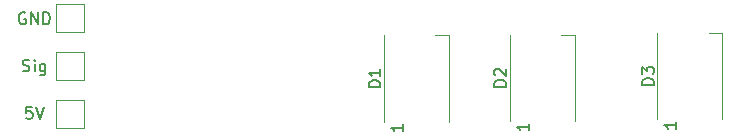
<source format=gbr>
%TF.GenerationSoftware,KiCad,Pcbnew,8.0.4*%
%TF.CreationDate,2024-08-04T02:09:47+02:00*%
%TF.ProjectId,Neopixel,4e656f70-6978-4656-9c2e-6b696361645f,rev?*%
%TF.SameCoordinates,Original*%
%TF.FileFunction,Legend,Top*%
%TF.FilePolarity,Positive*%
%FSLAX46Y46*%
G04 Gerber Fmt 4.6, Leading zero omitted, Abs format (unit mm)*
G04 Created by KiCad (PCBNEW 8.0.4) date 2024-08-04 02:09:47*
%MOMM*%
%LPD*%
G01*
G04 APERTURE LIST*
%ADD10C,0.150000*%
%ADD11C,0.120000*%
G04 APERTURE END LIST*
D10*
X54738095Y-65502438D02*
X54642857Y-65454819D01*
X54642857Y-65454819D02*
X54500000Y-65454819D01*
X54500000Y-65454819D02*
X54357143Y-65502438D01*
X54357143Y-65502438D02*
X54261905Y-65597676D01*
X54261905Y-65597676D02*
X54214286Y-65692914D01*
X54214286Y-65692914D02*
X54166667Y-65883390D01*
X54166667Y-65883390D02*
X54166667Y-66026247D01*
X54166667Y-66026247D02*
X54214286Y-66216723D01*
X54214286Y-66216723D02*
X54261905Y-66311961D01*
X54261905Y-66311961D02*
X54357143Y-66407200D01*
X54357143Y-66407200D02*
X54500000Y-66454819D01*
X54500000Y-66454819D02*
X54595238Y-66454819D01*
X54595238Y-66454819D02*
X54738095Y-66407200D01*
X54738095Y-66407200D02*
X54785714Y-66359580D01*
X54785714Y-66359580D02*
X54785714Y-66026247D01*
X54785714Y-66026247D02*
X54595238Y-66026247D01*
X55214286Y-66454819D02*
X55214286Y-65454819D01*
X55214286Y-65454819D02*
X55785714Y-66454819D01*
X55785714Y-66454819D02*
X55785714Y-65454819D01*
X56261905Y-66454819D02*
X56261905Y-65454819D01*
X56261905Y-65454819D02*
X56500000Y-65454819D01*
X56500000Y-65454819D02*
X56642857Y-65502438D01*
X56642857Y-65502438D02*
X56738095Y-65597676D01*
X56738095Y-65597676D02*
X56785714Y-65692914D01*
X56785714Y-65692914D02*
X56833333Y-65883390D01*
X56833333Y-65883390D02*
X56833333Y-66026247D01*
X56833333Y-66026247D02*
X56785714Y-66216723D01*
X56785714Y-66216723D02*
X56738095Y-66311961D01*
X56738095Y-66311961D02*
X56642857Y-66407200D01*
X56642857Y-66407200D02*
X56500000Y-66454819D01*
X56500000Y-66454819D02*
X56261905Y-66454819D01*
X54523810Y-70407200D02*
X54666667Y-70454819D01*
X54666667Y-70454819D02*
X54904762Y-70454819D01*
X54904762Y-70454819D02*
X55000000Y-70407200D01*
X55000000Y-70407200D02*
X55047619Y-70359580D01*
X55047619Y-70359580D02*
X55095238Y-70264342D01*
X55095238Y-70264342D02*
X55095238Y-70169104D01*
X55095238Y-70169104D02*
X55047619Y-70073866D01*
X55047619Y-70073866D02*
X55000000Y-70026247D01*
X55000000Y-70026247D02*
X54904762Y-69978628D01*
X54904762Y-69978628D02*
X54714286Y-69931009D01*
X54714286Y-69931009D02*
X54619048Y-69883390D01*
X54619048Y-69883390D02*
X54571429Y-69835771D01*
X54571429Y-69835771D02*
X54523810Y-69740533D01*
X54523810Y-69740533D02*
X54523810Y-69645295D01*
X54523810Y-69645295D02*
X54571429Y-69550057D01*
X54571429Y-69550057D02*
X54619048Y-69502438D01*
X54619048Y-69502438D02*
X54714286Y-69454819D01*
X54714286Y-69454819D02*
X54952381Y-69454819D01*
X54952381Y-69454819D02*
X55095238Y-69502438D01*
X55523810Y-70454819D02*
X55523810Y-69788152D01*
X55523810Y-69454819D02*
X55476191Y-69502438D01*
X55476191Y-69502438D02*
X55523810Y-69550057D01*
X55523810Y-69550057D02*
X55571429Y-69502438D01*
X55571429Y-69502438D02*
X55523810Y-69454819D01*
X55523810Y-69454819D02*
X55523810Y-69550057D01*
X56428571Y-69788152D02*
X56428571Y-70597676D01*
X56428571Y-70597676D02*
X56380952Y-70692914D01*
X56380952Y-70692914D02*
X56333333Y-70740533D01*
X56333333Y-70740533D02*
X56238095Y-70788152D01*
X56238095Y-70788152D02*
X56095238Y-70788152D01*
X56095238Y-70788152D02*
X56000000Y-70740533D01*
X56428571Y-70407200D02*
X56333333Y-70454819D01*
X56333333Y-70454819D02*
X56142857Y-70454819D01*
X56142857Y-70454819D02*
X56047619Y-70407200D01*
X56047619Y-70407200D02*
X56000000Y-70359580D01*
X56000000Y-70359580D02*
X55952381Y-70264342D01*
X55952381Y-70264342D02*
X55952381Y-69978628D01*
X55952381Y-69978628D02*
X56000000Y-69883390D01*
X56000000Y-69883390D02*
X56047619Y-69835771D01*
X56047619Y-69835771D02*
X56142857Y-69788152D01*
X56142857Y-69788152D02*
X56333333Y-69788152D01*
X56333333Y-69788152D02*
X56428571Y-69835771D01*
X55309523Y-73454819D02*
X54833333Y-73454819D01*
X54833333Y-73454819D02*
X54785714Y-73931009D01*
X54785714Y-73931009D02*
X54833333Y-73883390D01*
X54833333Y-73883390D02*
X54928571Y-73835771D01*
X54928571Y-73835771D02*
X55166666Y-73835771D01*
X55166666Y-73835771D02*
X55261904Y-73883390D01*
X55261904Y-73883390D02*
X55309523Y-73931009D01*
X55309523Y-73931009D02*
X55357142Y-74026247D01*
X55357142Y-74026247D02*
X55357142Y-74264342D01*
X55357142Y-74264342D02*
X55309523Y-74359580D01*
X55309523Y-74359580D02*
X55261904Y-74407200D01*
X55261904Y-74407200D02*
X55166666Y-74454819D01*
X55166666Y-74454819D02*
X54928571Y-74454819D01*
X54928571Y-74454819D02*
X54833333Y-74407200D01*
X54833333Y-74407200D02*
X54785714Y-74359580D01*
X55642857Y-73454819D02*
X55976190Y-74454819D01*
X55976190Y-74454819D02*
X56309523Y-73454819D01*
X107954819Y-71588094D02*
X106954819Y-71588094D01*
X106954819Y-71588094D02*
X106954819Y-71349999D01*
X106954819Y-71349999D02*
X107002438Y-71207142D01*
X107002438Y-71207142D02*
X107097676Y-71111904D01*
X107097676Y-71111904D02*
X107192914Y-71064285D01*
X107192914Y-71064285D02*
X107383390Y-71016666D01*
X107383390Y-71016666D02*
X107526247Y-71016666D01*
X107526247Y-71016666D02*
X107716723Y-71064285D01*
X107716723Y-71064285D02*
X107811961Y-71111904D01*
X107811961Y-71111904D02*
X107907200Y-71207142D01*
X107907200Y-71207142D02*
X107954819Y-71349999D01*
X107954819Y-71349999D02*
X107954819Y-71588094D01*
X106954819Y-70683332D02*
X106954819Y-70064285D01*
X106954819Y-70064285D02*
X107335771Y-70397618D01*
X107335771Y-70397618D02*
X107335771Y-70254761D01*
X107335771Y-70254761D02*
X107383390Y-70159523D01*
X107383390Y-70159523D02*
X107431009Y-70111904D01*
X107431009Y-70111904D02*
X107526247Y-70064285D01*
X107526247Y-70064285D02*
X107764342Y-70064285D01*
X107764342Y-70064285D02*
X107859580Y-70111904D01*
X107859580Y-70111904D02*
X107907200Y-70159523D01*
X107907200Y-70159523D02*
X107954819Y-70254761D01*
X107954819Y-70254761D02*
X107954819Y-70540475D01*
X107954819Y-70540475D02*
X107907200Y-70635713D01*
X107907200Y-70635713D02*
X107859580Y-70683332D01*
X109854819Y-74714285D02*
X109854819Y-75285713D01*
X109854819Y-74999999D02*
X108854819Y-74999999D01*
X108854819Y-74999999D02*
X108997676Y-75095237D01*
X108997676Y-75095237D02*
X109092914Y-75190475D01*
X109092914Y-75190475D02*
X109140533Y-75285713D01*
X95454819Y-71738094D02*
X94454819Y-71738094D01*
X94454819Y-71738094D02*
X94454819Y-71499999D01*
X94454819Y-71499999D02*
X94502438Y-71357142D01*
X94502438Y-71357142D02*
X94597676Y-71261904D01*
X94597676Y-71261904D02*
X94692914Y-71214285D01*
X94692914Y-71214285D02*
X94883390Y-71166666D01*
X94883390Y-71166666D02*
X95026247Y-71166666D01*
X95026247Y-71166666D02*
X95216723Y-71214285D01*
X95216723Y-71214285D02*
X95311961Y-71261904D01*
X95311961Y-71261904D02*
X95407200Y-71357142D01*
X95407200Y-71357142D02*
X95454819Y-71499999D01*
X95454819Y-71499999D02*
X95454819Y-71738094D01*
X94550057Y-70785713D02*
X94502438Y-70738094D01*
X94502438Y-70738094D02*
X94454819Y-70642856D01*
X94454819Y-70642856D02*
X94454819Y-70404761D01*
X94454819Y-70404761D02*
X94502438Y-70309523D01*
X94502438Y-70309523D02*
X94550057Y-70261904D01*
X94550057Y-70261904D02*
X94645295Y-70214285D01*
X94645295Y-70214285D02*
X94740533Y-70214285D01*
X94740533Y-70214285D02*
X94883390Y-70261904D01*
X94883390Y-70261904D02*
X95454819Y-70833332D01*
X95454819Y-70833332D02*
X95454819Y-70214285D01*
X97354819Y-74864285D02*
X97354819Y-75435713D01*
X97354819Y-75149999D02*
X96354819Y-75149999D01*
X96354819Y-75149999D02*
X96497676Y-75245237D01*
X96497676Y-75245237D02*
X96592914Y-75340475D01*
X96592914Y-75340475D02*
X96640533Y-75435713D01*
X84804819Y-71788094D02*
X83804819Y-71788094D01*
X83804819Y-71788094D02*
X83804819Y-71549999D01*
X83804819Y-71549999D02*
X83852438Y-71407142D01*
X83852438Y-71407142D02*
X83947676Y-71311904D01*
X83947676Y-71311904D02*
X84042914Y-71264285D01*
X84042914Y-71264285D02*
X84233390Y-71216666D01*
X84233390Y-71216666D02*
X84376247Y-71216666D01*
X84376247Y-71216666D02*
X84566723Y-71264285D01*
X84566723Y-71264285D02*
X84661961Y-71311904D01*
X84661961Y-71311904D02*
X84757200Y-71407142D01*
X84757200Y-71407142D02*
X84804819Y-71549999D01*
X84804819Y-71549999D02*
X84804819Y-71788094D01*
X84804819Y-70264285D02*
X84804819Y-70835713D01*
X84804819Y-70549999D02*
X83804819Y-70549999D01*
X83804819Y-70549999D02*
X83947676Y-70645237D01*
X83947676Y-70645237D02*
X84042914Y-70740475D01*
X84042914Y-70740475D02*
X84090533Y-70835713D01*
X86704819Y-74914285D02*
X86704819Y-75485713D01*
X86704819Y-75199999D02*
X85704819Y-75199999D01*
X85704819Y-75199999D02*
X85847676Y-75295237D01*
X85847676Y-75295237D02*
X85942914Y-75390475D01*
X85942914Y-75390475D02*
X85990533Y-75485713D01*
D11*
%TO.C,GND*%
X59700000Y-67150000D02*
X57300000Y-67150000D01*
X59700000Y-64750000D02*
X59700000Y-67150000D01*
X57300000Y-67150000D02*
X57300000Y-64750000D01*
X57300000Y-64750000D02*
X59700000Y-64750000D01*
%TO.C,Sig*%
X59700000Y-71200000D02*
X57300000Y-71200000D01*
X59700000Y-68800000D02*
X59700000Y-71200000D01*
X57300000Y-71200000D02*
X57300000Y-68800000D01*
X57300000Y-68800000D02*
X59700000Y-68800000D01*
%TO.C,5V*%
X59700000Y-75250000D02*
X57300000Y-75250000D01*
X59700000Y-72850000D02*
X59700000Y-75250000D01*
X57300000Y-75250000D02*
X57300000Y-72850000D01*
X57300000Y-72850000D02*
X59700000Y-72850000D01*
%TO.C,D3*%
X108250000Y-74500000D02*
X108250000Y-67200000D01*
X113750000Y-74500000D02*
X113750000Y-67200000D01*
X113750000Y-67200000D02*
X112600000Y-67200000D01*
%TO.C,D2*%
X95750000Y-74650000D02*
X95750000Y-67350000D01*
X101250000Y-74650000D02*
X101250000Y-67350000D01*
X101250000Y-67350000D02*
X100100000Y-67350000D01*
%TO.C,D1*%
X90600000Y-67400000D02*
X89450000Y-67400000D01*
X90600000Y-74700000D02*
X90600000Y-67400000D01*
X85100000Y-74700000D02*
X85100000Y-67400000D01*
%TD*%
M02*

</source>
